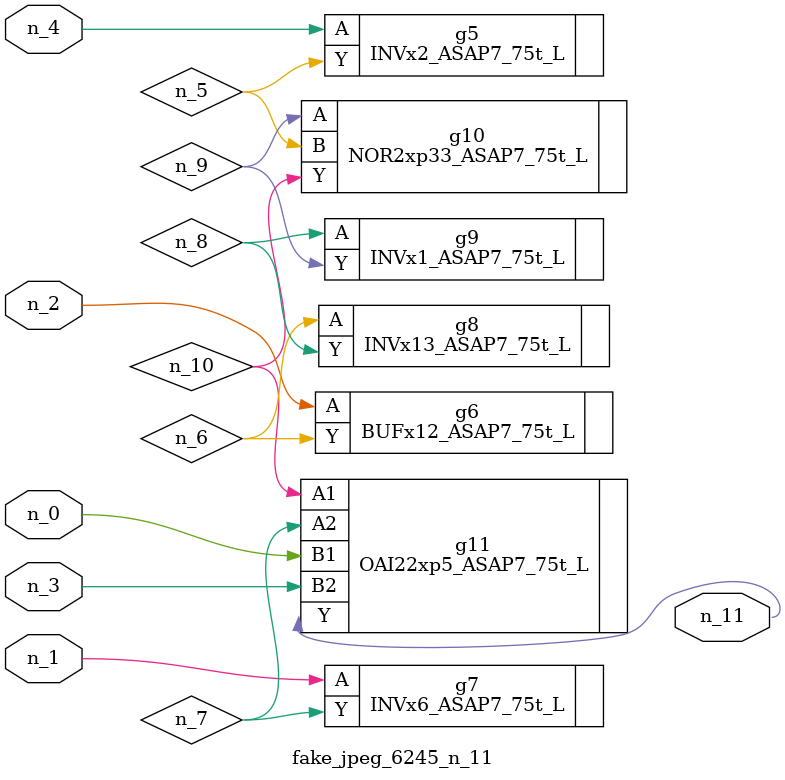
<source format=v>
module fake_jpeg_6245_n_11 (n_3, n_2, n_1, n_0, n_4, n_11);

input n_3;
input n_2;
input n_1;
input n_0;
input n_4;

output n_11;

wire n_10;
wire n_8;
wire n_9;
wire n_6;
wire n_5;
wire n_7;

INVx2_ASAP7_75t_L g5 ( 
.A(n_4),
.Y(n_5)
);

BUFx12_ASAP7_75t_L g6 ( 
.A(n_2),
.Y(n_6)
);

INVx6_ASAP7_75t_L g7 ( 
.A(n_1),
.Y(n_7)
);

INVx13_ASAP7_75t_L g8 ( 
.A(n_6),
.Y(n_8)
);

INVx1_ASAP7_75t_L g9 ( 
.A(n_8),
.Y(n_9)
);

NOR2xp33_ASAP7_75t_L g10 ( 
.A(n_9),
.B(n_5),
.Y(n_10)
);

OAI22xp5_ASAP7_75t_L g11 ( 
.A1(n_10),
.A2(n_7),
.B1(n_0),
.B2(n_3),
.Y(n_11)
);


endmodule
</source>
